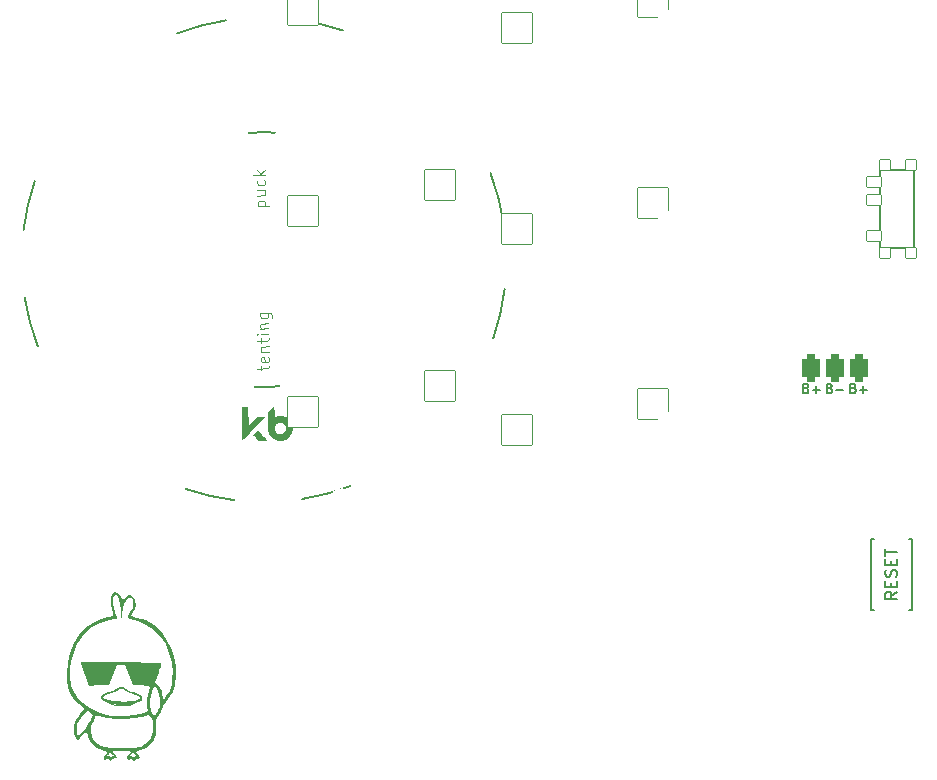
<source format=gto>
%TF.GenerationSoftware,KiCad,Pcbnew,(6.0.4-0)*%
%TF.CreationDate,2022-06-10T10:13:31+02:00*%
%TF.ProjectId,basbousa,62617362-6f75-4736-912e-6b696361645f,v1.0.0*%
%TF.SameCoordinates,Original*%
%TF.FileFunction,Legend,Top*%
%TF.FilePolarity,Positive*%
%FSLAX46Y46*%
G04 Gerber Fmt 4.6, Leading zero omitted, Abs format (unit mm)*
G04 Created by KiCad (PCBNEW (6.0.4-0)) date 2022-06-10 10:13:31*
%MOMM*%
%LPD*%
G01*
G04 APERTURE LIST*
G04 Aperture macros list*
%AMRoundRect*
0 Rectangle with rounded corners*
0 $1 Rounding radius*
0 $2 $3 $4 $5 $6 $7 $8 $9 X,Y pos of 4 corners*
0 Add a 4 corners polygon primitive as box body*
4,1,4,$2,$3,$4,$5,$6,$7,$8,$9,$2,$3,0*
0 Add four circle primitives for the rounded corners*
1,1,$1+$1,$2,$3*
1,1,$1+$1,$4,$5*
1,1,$1+$1,$6,$7*
1,1,$1+$1,$8,$9*
0 Add four rect primitives between the rounded corners*
20,1,$1+$1,$2,$3,$4,$5,0*
20,1,$1+$1,$4,$5,$6,$7,0*
20,1,$1+$1,$6,$7,$8,$9,0*
20,1,$1+$1,$8,$9,$2,$3,0*%
%AMFreePoly0*
4,1,14,0.035355,0.435355,0.635355,-0.164645,0.650000,-0.200000,0.650000,-0.400000,0.635355,-0.435355,0.600000,-0.450000,-0.600000,-0.450000,-0.635355,-0.435355,-0.650000,-0.400000,-0.650000,-0.200000,-0.635355,-0.164645,-0.035355,0.435355,0.000000,0.450000,0.035355,0.435355,0.035355,0.435355,$1*%
%AMFreePoly1*
4,1,16,0.635355,0.285355,0.650000,0.250000,0.650000,-1.000000,0.635355,-1.035355,0.600000,-1.050000,0.564645,-1.035355,0.000000,-0.470710,-0.564645,-1.035355,-0.600000,-1.050000,-0.635355,-1.035355,-0.650000,-1.000000,-0.650000,0.250000,-0.635355,0.285355,-0.600000,0.300000,0.600000,0.300000,0.635355,0.285355,0.635355,0.285355,$1*%
G04 Aperture macros list end*
%ADD10C,0.150000*%
%ADD11C,0.100000*%
%ADD12C,0.200000*%
%ADD13C,0.010000*%
%ADD14RoundRect,0.375000X-0.375000X-0.750000X0.375000X-0.750000X0.375000X0.750000X-0.375000X0.750000X0*%
%ADD15C,2.000000*%
%ADD16C,0.250000*%
%ADD17RoundRect,0.050000X-0.450000X0.450000X-0.450000X-0.450000X0.450000X-0.450000X0.450000X0.450000X0*%
%ADD18RoundRect,0.050000X-0.625000X0.450000X-0.625000X-0.450000X0.625000X-0.450000X0.625000X0.450000X0*%
%ADD19RoundRect,0.425000X-0.375000X-0.750000X0.375000X-0.750000X0.375000X0.750000X-0.375000X0.750000X0*%
%ADD20C,2.100000*%
%ADD21C,3.100000*%
%ADD22C,1.801800*%
%ADD23C,3.529000*%
%ADD24RoundRect,0.050000X-1.054507X-1.505993X1.505993X-1.054507X1.054507X1.505993X-1.505993X1.054507X0*%
%ADD25C,2.132000*%
%ADD26RoundRect,0.050000X-1.181751X-1.408356X1.408356X-1.181751X1.181751X1.408356X-1.408356X1.181751X0*%
%ADD27RoundRect,0.050000X-1.300000X-1.300000X1.300000X-1.300000X1.300000X1.300000X-1.300000X1.300000X0*%
%ADD28RoundRect,0.050000X-1.652413X-0.805936X0.805936X-1.652413X1.652413X0.805936X-0.805936X1.652413X0*%
%ADD29C,1.100000*%
%ADD30RoundRect,0.050000X-0.863113X-1.623279X1.623279X-0.863113X0.863113X1.623279X-1.623279X0.863113X0*%
%ADD31C,4.500000*%
%ADD32RoundRect,0.050000X-1.387517X-1.206150X1.206150X-1.387517X1.387517X1.206150X-1.206150X1.387517X0*%
%ADD33FreePoly0,270.000000*%
%ADD34C,1.700000*%
%ADD35FreePoly0,90.000000*%
%ADD36FreePoly1,90.000000*%
%ADD37FreePoly1,270.000000*%
G04 APERTURE END LIST*
D10*
%TO.C,PAD1*%
X151485904Y76489142D02*
X151600190Y76451047D01*
X151638285Y76412952D01*
X151676380Y76336761D01*
X151676380Y76222476D01*
X151638285Y76146285D01*
X151600190Y76108190D01*
X151524000Y76070095D01*
X151219238Y76070095D01*
X151219238Y76870095D01*
X151485904Y76870095D01*
X151562095Y76832000D01*
X151600190Y76793904D01*
X151638285Y76717714D01*
X151638285Y76641523D01*
X151600190Y76565333D01*
X151562095Y76527238D01*
X151485904Y76489142D01*
X151219238Y76489142D01*
X152019238Y76374857D02*
X152628761Y76374857D01*
X149485904Y76489142D02*
X149600190Y76451047D01*
X149638285Y76412952D01*
X149676380Y76336761D01*
X149676380Y76222476D01*
X149638285Y76146285D01*
X149600190Y76108190D01*
X149524000Y76070095D01*
X149219238Y76070095D01*
X149219238Y76870095D01*
X149485904Y76870095D01*
X149562095Y76832000D01*
X149600190Y76793904D01*
X149638285Y76717714D01*
X149638285Y76641523D01*
X149600190Y76565333D01*
X149562095Y76527238D01*
X149485904Y76489142D01*
X149219238Y76489142D01*
X150019238Y76374857D02*
X150628761Y76374857D01*
X150324000Y76070095D02*
X150324000Y76679619D01*
X153485904Y76489142D02*
X153600190Y76451047D01*
X153638285Y76412952D01*
X153676380Y76336761D01*
X153676380Y76222476D01*
X153638285Y76146285D01*
X153600190Y76108190D01*
X153524000Y76070095D01*
X153219238Y76070095D01*
X153219238Y76870095D01*
X153485904Y76870095D01*
X153562095Y76832000D01*
X153600190Y76793904D01*
X153638285Y76717714D01*
X153638285Y76641523D01*
X153600190Y76565333D01*
X153562095Y76527238D01*
X153485904Y76489142D01*
X153219238Y76489142D01*
X154019238Y76374857D02*
X154628761Y76374857D01*
X154324000Y76070095D02*
X154324000Y76679619D01*
%TO.C,B1*%
X157170380Y59253619D02*
X156694190Y58920285D01*
X157170380Y58682190D02*
X156170380Y58682190D01*
X156170380Y59063142D01*
X156218000Y59158380D01*
X156265619Y59206000D01*
X156360857Y59253619D01*
X156503714Y59253619D01*
X156598952Y59206000D01*
X156646571Y59158380D01*
X156694190Y59063142D01*
X156694190Y58682190D01*
X156646571Y59682190D02*
X156646571Y60015523D01*
X157170380Y60158380D02*
X157170380Y59682190D01*
X156170380Y59682190D01*
X156170380Y60158380D01*
X157122761Y60539333D02*
X157170380Y60682190D01*
X157170380Y60920285D01*
X157122761Y61015523D01*
X157075142Y61063142D01*
X156979904Y61110761D01*
X156884666Y61110761D01*
X156789428Y61063142D01*
X156741809Y61015523D01*
X156694190Y60920285D01*
X156646571Y60729809D01*
X156598952Y60634571D01*
X156551333Y60586952D01*
X156456095Y60539333D01*
X156360857Y60539333D01*
X156265619Y60586952D01*
X156218000Y60634571D01*
X156170380Y60729809D01*
X156170380Y60967904D01*
X156218000Y61110761D01*
X156646571Y61539333D02*
X156646571Y61872666D01*
X157170380Y62015523D02*
X157170380Y61539333D01*
X156170380Y61539333D01*
X156170380Y62015523D01*
X156170380Y62301238D02*
X156170380Y62872666D01*
X157170380Y62586952D02*
X156170380Y62586952D01*
D11*
%TO.C,REF\u002A\u002A*%
X103036150Y91896735D02*
X104035998Y91914188D01*
X103083762Y91897566D02*
X103034488Y91991959D01*
X103031164Y92182406D01*
X103077113Y92278461D01*
X103123894Y92326903D01*
X103218287Y92376177D01*
X103503957Y92381164D01*
X103600012Y92335214D01*
X103648455Y92288433D01*
X103697729Y92194041D01*
X103701053Y92003594D01*
X103655103Y91907539D01*
X103012880Y93229865D02*
X103679445Y93241500D01*
X103020360Y92801359D02*
X103544090Y92810501D01*
X103638482Y92859775D01*
X103684432Y92955830D01*
X103681938Y93098665D01*
X103632665Y93193057D01*
X103584222Y93239838D01*
X103616043Y94145293D02*
X103665317Y94050901D01*
X103668641Y93860454D01*
X103622692Y93764399D01*
X103575911Y93715956D01*
X103481519Y93666682D01*
X103195848Y93661696D01*
X103099793Y93707646D01*
X103051350Y93754426D01*
X103002076Y93848819D01*
X102998752Y94039266D01*
X103044702Y94135321D01*
X103656175Y94574631D02*
X102656328Y94557178D01*
X103273619Y94663206D02*
X103649527Y94955525D01*
X102982962Y94943890D02*
X103370505Y94569644D01*
X103342063Y78009459D02*
X103335415Y78390354D01*
X103006288Y78146477D02*
X103863300Y78161437D01*
X103957693Y78210711D01*
X104003642Y78306765D01*
X104001980Y78401989D01*
X103941902Y79115335D02*
X103991176Y79020942D01*
X103994500Y78830495D01*
X103948551Y78734440D01*
X103854158Y78685166D01*
X103473264Y78678518D01*
X103377209Y78724467D01*
X103327935Y78818860D01*
X103324611Y79009307D01*
X103370561Y79105362D01*
X103464953Y79154636D01*
X103560177Y79156298D01*
X103663711Y78681842D01*
X103314638Y79580649D02*
X103981203Y79592284D01*
X103409862Y79582311D02*
X103361419Y79629092D01*
X103312145Y79723484D01*
X103309652Y79866319D01*
X103355601Y79962374D01*
X103449994Y80011648D01*
X103973724Y80020790D01*
X103301341Y80342437D02*
X103294693Y80723332D01*
X102965565Y80479455D02*
X103822578Y80494415D01*
X103916970Y80543688D01*
X103962920Y80639743D01*
X103961258Y80734967D01*
X103955440Y81068249D02*
X103288875Y81056614D01*
X102955593Y81050797D02*
X103004035Y81004016D01*
X103050816Y81052459D01*
X103002373Y81099240D01*
X102955593Y81050797D01*
X103050816Y81052459D01*
X103280564Y81532732D02*
X103947130Y81544367D01*
X103375788Y81534394D02*
X103327345Y81581175D01*
X103278071Y81675568D01*
X103275578Y81818403D01*
X103321528Y81914458D01*
X103415920Y81963732D01*
X103939650Y81972873D01*
X103257295Y82865863D02*
X104066695Y82879991D01*
X104162750Y82834041D01*
X104211193Y82787260D01*
X104260467Y82692868D01*
X104262960Y82550032D01*
X104217010Y82453978D01*
X103876248Y82876666D02*
X103925522Y82782274D01*
X103928846Y82591827D01*
X103882896Y82495772D01*
X103836116Y82447329D01*
X103741723Y82398055D01*
X103456052Y82393069D01*
X103359998Y82439019D01*
X103311555Y82485799D01*
X103262281Y82580192D01*
X103258957Y82770639D01*
X103304906Y82866694D01*
D10*
%TO.C,T1*%
X158619000Y94958000D02*
X155769000Y94958000D01*
X158619000Y89708000D02*
X158619000Y93608000D01*
X155769000Y94958000D02*
X155769000Y88358000D01*
X158619000Y91658000D02*
X158619000Y88358000D01*
X155769000Y88358000D02*
X158619000Y88358000D01*
X158619000Y91658000D02*
X158619000Y94958000D01*
%TO.C,B1*%
X154968000Y57706000D02*
X154968000Y63706000D01*
X158468000Y57706000D02*
X158468000Y63706000D01*
X154968000Y63706000D02*
X155218000Y63706000D01*
X158468000Y57706000D02*
X158218000Y57706000D01*
X158468000Y63706000D02*
X158218000Y63706000D01*
X154968000Y57706000D02*
X155218000Y57706000D01*
%TO.C,G\u002A\u002A\u002A*%
G36*
X90504223Y49751706D02*
G01*
X90360500Y49821081D01*
X90027303Y49996498D01*
X89831844Y50134183D01*
X89751661Y50251266D01*
X89750891Y50257106D01*
X89927130Y50257106D01*
X89943555Y50236223D01*
X90123983Y50141363D01*
X90434248Y50063456D01*
X90835487Y50004850D01*
X91288834Y49967895D01*
X91755425Y49954937D01*
X92196396Y49968327D01*
X92572882Y50010411D01*
X92794667Y50063946D01*
X93022017Y50173540D01*
X93080717Y50288759D01*
X92971306Y50408302D01*
X92694325Y50530865D01*
X92586323Y50565696D01*
X92284810Y50675590D01*
X92027835Y50800634D01*
X91903533Y50886671D01*
X91641922Y51033650D01*
X91356867Y51016450D01*
X91129858Y50888931D01*
X90927029Y50770367D01*
X90639997Y50649272D01*
X90464646Y50591486D01*
X90134632Y50474542D01*
X89952352Y50360963D01*
X89927130Y50257106D01*
X89750891Y50257106D01*
X89746667Y50289127D01*
X89825767Y50476210D01*
X90040908Y50637187D01*
X90358845Y50750092D01*
X90478545Y50772737D01*
X90774681Y50861058D01*
X91055273Y51009006D01*
X91074517Y51022867D01*
X91372795Y51187960D01*
X91640192Y51197658D01*
X91914181Y51051487D01*
X91963440Y51011667D01*
X92175405Y50871562D01*
X92371921Y50800318D01*
X92398996Y50798141D01*
X92586597Y50762614D01*
X92842747Y50675334D01*
X92948908Y50630227D01*
X93179319Y50507134D01*
X93279479Y50393243D01*
X93287575Y50280900D01*
X93211718Y50103879D01*
X93133333Y50032217D01*
X92732004Y49831729D01*
X92425942Y49699662D01*
X92163688Y49619910D01*
X91893781Y49576367D01*
X91609333Y49555225D01*
X91273253Y49544050D01*
X91023142Y49563258D01*
X90789849Y49627570D01*
X90730230Y49653481D01*
X91294044Y49653481D01*
X91400418Y49640197D01*
X91524667Y49637727D01*
X91707788Y49644332D01*
X91758057Y49661218D01*
X91715167Y49674419D01*
X91468449Y49688426D01*
X91334167Y49674419D01*
X91294044Y49653481D01*
X90730230Y49653481D01*
X90578151Y49719576D01*
X90884055Y49719576D01*
X90967278Y49706018D01*
X91077092Y49721584D01*
X91078403Y49750486D01*
X90965086Y49770698D01*
X90916125Y49757170D01*
X90884055Y49719576D01*
X90578151Y49719576D01*
X90504223Y49751706D01*
G37*
G36*
X92117333Y45443312D02*
G01*
X92263540Y45592668D01*
X92286937Y45696462D01*
X92176013Y45761712D01*
X91919257Y45795436D01*
X91524667Y45804667D01*
X91189108Y45797310D01*
X90928943Y45777605D01*
X90781942Y45749097D01*
X90762667Y45733122D01*
X90819279Y45628613D01*
X90932000Y45508333D01*
X91067387Y45341165D01*
X91097233Y45206006D01*
X91020939Y45142079D01*
X90937468Y45150436D01*
X90780860Y45135602D01*
X90728458Y45075644D01*
X90626956Y44966823D01*
X90506213Y45001950D01*
X90455213Y45083450D01*
X90375086Y45163962D01*
X90251769Y45125783D01*
X90082939Y45052079D01*
X90012899Y45088285D01*
X90000667Y45211283D01*
X90041973Y45320075D01*
X90203036Y45320075D01*
X90297585Y45325425D01*
X90369279Y45371053D01*
X90469419Y45414172D01*
X90537204Y45313841D01*
X90549633Y45277285D01*
X90600603Y45154979D01*
X90637643Y45187625D01*
X90649945Y45228474D01*
X90744511Y45332391D01*
X90831471Y45326426D01*
X90903225Y45319653D01*
X90841630Y45394588D01*
X90794030Y45436952D01*
X90642885Y45597619D01*
X90567881Y45720000D01*
X90529843Y45792713D01*
X90515351Y45701812D01*
X90441743Y45550734D01*
X90332082Y45462119D01*
X90214426Y45373346D01*
X90203036Y45320075D01*
X90041973Y45320075D01*
X90067258Y45386672D01*
X90170000Y45485649D01*
X90314231Y45611711D01*
X90302263Y45718440D01*
X90129377Y45812245D01*
X89879139Y45880708D01*
X89425786Y46064981D01*
X89053769Y46382822D01*
X88790341Y46807333D01*
X88712954Y47031686D01*
X88611684Y47410324D01*
X88396009Y47273234D01*
X88181927Y47106204D01*
X87990153Y46914905D01*
X87799972Y46693667D01*
X87620558Y46905333D01*
X87489987Y47180241D01*
X87468718Y47442068D01*
X87715449Y47442068D01*
X87723017Y47216558D01*
X87760010Y47087971D01*
X87784186Y47074667D01*
X87876619Y47129176D01*
X88050418Y47271693D01*
X88223380Y47430221D01*
X88913529Y47430221D01*
X88995471Y47050475D01*
X89096746Y46813915D01*
X89274306Y46542178D01*
X89498130Y46333383D01*
X89789181Y46181432D01*
X90168419Y46080229D01*
X90656806Y46023676D01*
X91275303Y46005675D01*
X91846465Y46014059D01*
X92329045Y46030884D01*
X92680605Y46054516D01*
X92939454Y46090693D01*
X93143903Y46145150D01*
X93332260Y46223624D01*
X93370465Y46242256D01*
X93744166Y46517674D01*
X94016741Y46906486D01*
X94176145Y47378080D01*
X94210334Y47901843D01*
X94160774Y48251036D01*
X94075753Y48558916D01*
X93967551Y48736468D01*
X93801290Y48800246D01*
X93542091Y48766803D01*
X93250429Y48683080D01*
X92573775Y48528041D01*
X91817327Y48450520D01*
X91053416Y48453659D01*
X90354372Y48540603D01*
X90289216Y48554382D01*
X89955320Y48633483D01*
X89673665Y48709770D01*
X89495404Y48769158D01*
X89475053Y48778602D01*
X89373070Y48800658D01*
X89301327Y48712155D01*
X89243952Y48533628D01*
X89153901Y48276554D01*
X89046361Y48066821D01*
X89031424Y48045717D01*
X88924564Y47779890D01*
X88913529Y47430221D01*
X88223380Y47430221D01*
X88255671Y47459817D01*
X88486397Y47719169D01*
X88711054Y48035634D01*
X88901510Y48361811D01*
X89029632Y48650301D01*
X89068506Y48829326D01*
X89000946Y48935990D01*
X88835955Y49053534D01*
X88823387Y49060169D01*
X88675026Y49127257D01*
X88565215Y49124283D01*
X88442265Y49031678D01*
X88274978Y48852562D01*
X88069103Y48591777D01*
X87896154Y48317075D01*
X87843591Y48209213D01*
X87778306Y47987490D01*
X87734736Y47715410D01*
X87715449Y47442068D01*
X87468718Y47442068D01*
X87460447Y47543879D01*
X87522615Y47956541D01*
X87667167Y48378525D01*
X87884781Y48770123D01*
X88125115Y49054092D01*
X88381739Y49297850D01*
X87923244Y49716888D01*
X87446688Y50261863D01*
X87187541Y50699309D01*
X87067386Y50952507D01*
X86988325Y51160285D01*
X86941997Y51369785D01*
X86920039Y51628150D01*
X86914086Y51982525D01*
X86914616Y52237846D01*
X86917740Y52281667D01*
X87173941Y52281667D01*
X87177645Y51868489D01*
X87199067Y51568424D01*
X87247929Y51325438D01*
X87333950Y51083499D01*
X87413089Y50903122D01*
X87756549Y50342255D01*
X88241273Y49832535D01*
X88842364Y49392478D01*
X89534928Y49040600D01*
X90224057Y48812532D01*
X90703031Y48735128D01*
X91283559Y48707253D01*
X91906033Y48726463D01*
X92510848Y48790313D01*
X93038397Y48896360D01*
X93163484Y48933069D01*
X93743968Y49119020D01*
X93690540Y49557344D01*
X93699710Y50020552D01*
X93946126Y50020552D01*
X93947955Y49618011D01*
X93995413Y49257259D01*
X94088020Y48997211D01*
X94095379Y48985520D01*
X94248388Y48752000D01*
X94446529Y48938144D01*
X94586375Y49134049D01*
X94707202Y49410235D01*
X94742109Y49530457D01*
X94796966Y50086417D01*
X94704506Y50629602D01*
X94527926Y51023603D01*
X94404492Y51214714D01*
X94333452Y51273984D01*
X94286892Y51218654D01*
X94273091Y51181000D01*
X94199688Y50990303D01*
X94095487Y50746852D01*
X94081277Y50715333D01*
X93990407Y50405965D01*
X93946126Y50020552D01*
X93699710Y50020552D01*
X93702341Y50153477D01*
X93770827Y50461333D01*
X93882641Y50842247D01*
X93942490Y51087705D01*
X93932205Y51228177D01*
X93833619Y51294134D01*
X93628565Y51316045D01*
X93298875Y51324380D01*
X93255431Y51325736D01*
X92512433Y51350333D01*
X92165607Y52197000D01*
X91818780Y53043667D01*
X91158236Y53043667D01*
X90464488Y51350333D01*
X89612432Y51326369D01*
X88760375Y51302404D01*
X88405734Y52242808D01*
X88271724Y52617411D01*
X88170804Y52937387D01*
X88112950Y53168229D01*
X88107517Y53274508D01*
X88185857Y53298938D01*
X88391214Y53316614D01*
X88730688Y53327606D01*
X89211380Y53331980D01*
X89840392Y53329805D01*
X90624823Y53321149D01*
X91512865Y53307118D01*
X92248855Y53293386D01*
X92930622Y53279060D01*
X93539898Y53264643D01*
X94058411Y53250639D01*
X94467891Y53237554D01*
X94750069Y53225891D01*
X94886673Y53216156D01*
X94896531Y53213691D01*
X94884877Y53124433D01*
X94825520Y52911971D01*
X94729063Y52612082D01*
X94652253Y52389373D01*
X94373234Y51599797D01*
X94597976Y51375054D01*
X94759757Y51145386D01*
X94907376Y50817483D01*
X94965421Y50637039D01*
X95108123Y50123765D01*
X95320642Y50436515D01*
X95583258Y50893902D01*
X95747744Y51369611D01*
X95828402Y51916053D01*
X95842667Y52349453D01*
X95773481Y53257713D01*
X95572080Y54094405D01*
X95247700Y54846916D01*
X94809577Y55502637D01*
X94266947Y56048956D01*
X93629044Y56473262D01*
X92905106Y56762944D01*
X92548963Y56846916D01*
X92219663Y56923552D01*
X92048366Y57017781D01*
X92024088Y57157979D01*
X92135843Y57372524D01*
X92272666Y57560621D01*
X92450317Y57882479D01*
X92498333Y58218676D01*
X92464344Y58540138D01*
X92360472Y58709447D01*
X92183857Y58729953D01*
X92090704Y58696561D01*
X91876808Y58513086D01*
X91711105Y58198090D01*
X91608038Y57785990D01*
X91581499Y57483209D01*
X91562614Y57167336D01*
X91533268Y57009934D01*
X91499910Y57000986D01*
X91468985Y57130475D01*
X91446940Y57388386D01*
X91440000Y57703053D01*
X91414276Y58242946D01*
X91339024Y58646886D01*
X91217124Y58905839D01*
X91051455Y59010770D01*
X91022600Y59012667D01*
X90860751Y58938007D01*
X90799173Y58807926D01*
X90788571Y58589494D01*
X90824211Y58267712D01*
X90895828Y57898858D01*
X90993154Y57539207D01*
X91069243Y57327500D01*
X91140787Y57134187D01*
X91166370Y57022716D01*
X91164033Y57015145D01*
X91075540Y56987479D01*
X90863904Y56936566D01*
X90571978Y56872616D01*
X90521297Y56861985D01*
X89715140Y56623495D01*
X89027288Y56266115D01*
X88450076Y55784119D01*
X87975839Y55171778D01*
X87770649Y54806437D01*
X87464894Y54106223D01*
X87275449Y53426649D01*
X87186153Y52699333D01*
X87173941Y52281667D01*
X86917740Y52281667D01*
X86983922Y53209961D01*
X87178196Y54100466D01*
X87490270Y54898953D01*
X87912975Y55595014D01*
X88439144Y56178241D01*
X89061609Y56638224D01*
X89773202Y56964555D01*
X90260250Y57096064D01*
X90530817Y57156755D01*
X90727451Y57211120D01*
X90796921Y57240699D01*
X90801004Y57339930D01*
X90765411Y57550014D01*
X90718220Y57746604D01*
X90614204Y58264949D01*
X90598479Y58691329D01*
X90670325Y59005694D01*
X90768452Y59144903D01*
X90908685Y59248022D01*
X91036056Y59243239D01*
X91170619Y59176116D01*
X91377983Y59002620D01*
X91509363Y58816498D01*
X91621059Y58584147D01*
X91875692Y58798407D01*
X92085802Y58957237D01*
X92235236Y58996560D01*
X92382679Y58916981D01*
X92502182Y58804849D01*
X92672331Y58522480D01*
X92715710Y58171560D01*
X92632591Y57795491D01*
X92494148Y57532889D01*
X92370821Y57340230D01*
X92306172Y57217299D01*
X92303648Y57196777D01*
X92393295Y57170687D01*
X92599521Y57121611D01*
X92813348Y57074187D01*
X93566709Y56828122D01*
X94241335Y56436989D01*
X94828482Y55909912D01*
X95319406Y55256015D01*
X95705363Y54484422D01*
X95921484Y53830998D01*
X96097146Y52950057D01*
X96139690Y52131605D01*
X96051088Y51387274D01*
X95833313Y50728695D01*
X95488338Y50167498D01*
X95257553Y49916326D01*
X95093497Y49725426D01*
X95002508Y49551718D01*
X94996000Y49510787D01*
X94953990Y49316190D01*
X94849902Y49072370D01*
X94716652Y48841409D01*
X94587155Y48685392D01*
X94543814Y48657889D01*
X94482865Y48592581D01*
X94446736Y48435229D01*
X94431430Y48157704D01*
X94431097Y47864280D01*
X94426592Y47456258D01*
X94396655Y47159840D01*
X94332186Y46918086D01*
X94248911Y46724285D01*
X93959216Y46311861D01*
X93558745Y46011629D01*
X93082172Y45849377D01*
X93069833Y45847352D01*
X92813301Y45776951D01*
X92718833Y45676732D01*
X92788994Y45551564D01*
X92879333Y45485649D01*
X93014724Y45349982D01*
X93039274Y45215190D01*
X92950510Y45133637D01*
X92896267Y45127333D01*
X92704714Y45071084D01*
X92636567Y45021500D01*
X92532129Y44966615D01*
X92426948Y45054460D01*
X92416095Y45068900D01*
X92305008Y45161809D01*
X92247464Y45132400D01*
X92130607Y45049312D01*
X92003808Y45067763D01*
X91948000Y45170496D01*
X91984031Y45259995D01*
X92154701Y45259995D01*
X92169106Y45250200D01*
X92231360Y45295229D01*
X92361020Y45368307D01*
X92447769Y45306915D01*
X92482456Y45250334D01*
X92557322Y45140838D01*
X92594607Y45177281D01*
X92606566Y45228474D01*
X92692620Y45333538D01*
X92778804Y45329547D01*
X92837675Y45331615D01*
X92750500Y45414616D01*
X92731167Y45429234D01*
X92587424Y45580603D01*
X92533982Y45709160D01*
X92519929Y45797530D01*
X92481135Y45720718D01*
X92480873Y45720000D01*
X92394538Y45567764D01*
X92254723Y45383896D01*
X92154701Y45259995D01*
X91984031Y45259995D01*
X92007751Y45318914D01*
X92117333Y45443312D01*
G37*
D12*
%TO.C,REF\u002A\u002A*%
X102642622Y76619177D02*
G75*
G03*
X103771867Y76579743I940841J10753843D01*
G01*
X84177964Y94043490D02*
G75*
G03*
X83216693Y89875531I19405487J-6670387D01*
G01*
X103395069Y98166455D02*
G75*
G03*
X102267888Y98087635I188392J-10793277D01*
G01*
X122988973Y80702710D02*
G75*
G03*
X123950243Y84870667I-19405555J6670400D01*
G01*
X83316433Y84161401D02*
G75*
G03*
X84422579Y80029530I20266988J3211687D01*
G01*
X106795166Y67106064D02*
G75*
G03*
X110927037Y68212210I-3211698J20267035D01*
G01*
X110253858Y106778603D02*
G75*
G03*
X106085900Y107739874I-6670390J-19405504D01*
G01*
X100371770Y107640134D02*
G75*
G03*
X96239898Y106533988I3211694J-20267018D01*
G01*
X103771867Y76579742D02*
G75*
G03*
X104899048Y76658563I-188397J10793257D01*
G01*
X123850503Y90584797D02*
G75*
G03*
X122744358Y94716666I-20267054J-3211704D01*
G01*
X104524314Y98127020D02*
G75*
G03*
X103395069Y98166455I-940848J-10753821D01*
G01*
X96913079Y67967595D02*
G75*
G03*
X101081036Y67006324I6670389J19405504D01*
G01*
G36*
X103904901Y73191960D02*
G01*
X103901637Y73298548D01*
X103898453Y73421167D01*
X103895393Y73558407D01*
X103892506Y73708853D01*
X103892298Y73720587D01*
X103880139Y74412195D01*
X104378865Y74931004D01*
X104387627Y74437513D01*
X104389638Y74333293D01*
X104391815Y74236571D01*
X104394081Y74149711D01*
X104396360Y74075078D01*
X104398578Y74015032D01*
X104400657Y73971939D01*
X104402521Y73948161D01*
X104403499Y73944147D01*
X104415818Y73950677D01*
X104440375Y73967451D01*
X104464205Y73985072D01*
X104577651Y74057785D01*
X104698991Y74109014D01*
X104828871Y74138962D01*
X104967939Y74147828D01*
X104985760Y74147471D01*
X105075495Y74142484D01*
X105152175Y74131884D01*
X105224156Y74113645D01*
X105299793Y74085744D01*
X105370203Y74054329D01*
X105499430Y73981281D01*
X105613938Y73891285D01*
X105712685Y73786004D01*
X105794631Y73667091D01*
X105858735Y73536204D01*
X105903958Y73395003D01*
X105929258Y73245143D01*
X105934384Y73155549D01*
X105926755Y73002914D01*
X105897927Y72857825D01*
X105847220Y72717683D01*
X105791840Y72609781D01*
X105708240Y72488010D01*
X105608473Y72381404D01*
X105494699Y72291083D01*
X105369077Y72218165D01*
X105233770Y72163772D01*
X105090935Y72129021D01*
X104942736Y72115034D01*
X104842427Y72117766D01*
X104697407Y72140120D01*
X104556053Y72183935D01*
X104421748Y72247579D01*
X104297881Y72329427D01*
X104187835Y72427847D01*
X104179282Y72436866D01*
X104096346Y72539554D01*
X104024602Y72656501D01*
X103967248Y72781382D01*
X103927481Y72907868D01*
X103917803Y72954156D01*
X103914695Y72982501D01*
X103911476Y73032524D01*
X103909129Y73082825D01*
X103908725Y73091487D01*
X104405392Y73091487D01*
X104417665Y72994138D01*
X104449733Y72900664D01*
X104479327Y72847028D01*
X104547792Y72759926D01*
X104628498Y72690447D01*
X104718832Y72639523D01*
X104816182Y72608085D01*
X104917931Y72597065D01*
X105021467Y72607395D01*
X105093946Y72627951D01*
X105136656Y72644785D01*
X105177252Y72662856D01*
X105193281Y72670913D01*
X105238019Y72702703D01*
X105286528Y72749750D01*
X105333610Y72806037D01*
X105374062Y72865546D01*
X105394878Y72904242D01*
X105414284Y72948833D01*
X105426253Y72987656D01*
X105432871Y73030070D01*
X105436223Y73085440D01*
X105436413Y73090734D01*
X105431174Y73197904D01*
X105406613Y73295382D01*
X105361337Y73388029D01*
X105343072Y73416244D01*
X105277180Y73493009D01*
X105197290Y73553794D01*
X105106874Y73597719D01*
X105009403Y73623900D01*
X104908351Y73631457D01*
X104807193Y73619508D01*
X104709396Y73587171D01*
X104695505Y73580642D01*
X104608490Y73526166D01*
X104535702Y73456671D01*
X104478070Y73375307D01*
X104436523Y73285221D01*
X104411987Y73189565D01*
X104405392Y73091487D01*
X103908725Y73091487D01*
X103908196Y73102815D01*
X103904901Y73191960D01*
G37*
D13*
X103904901Y73191960D02*
X103901637Y73298548D01*
X103898453Y73421167D01*
X103895393Y73558407D01*
X103892506Y73708853D01*
X103892298Y73720587D01*
X103880139Y74412195D01*
X104378865Y74931004D01*
X104387627Y74437513D01*
X104389638Y74333293D01*
X104391815Y74236571D01*
X104394081Y74149711D01*
X104396360Y74075078D01*
X104398578Y74015032D01*
X104400657Y73971939D01*
X104402521Y73948161D01*
X104403499Y73944147D01*
X104415818Y73950677D01*
X104440375Y73967451D01*
X104464205Y73985072D01*
X104577651Y74057785D01*
X104698991Y74109014D01*
X104828871Y74138962D01*
X104967939Y74147828D01*
X104985760Y74147471D01*
X105075495Y74142484D01*
X105152175Y74131884D01*
X105224156Y74113645D01*
X105299793Y74085744D01*
X105370203Y74054329D01*
X105499430Y73981281D01*
X105613938Y73891285D01*
X105712685Y73786004D01*
X105794631Y73667091D01*
X105858735Y73536204D01*
X105903958Y73395003D01*
X105929258Y73245143D01*
X105934384Y73155549D01*
X105926755Y73002914D01*
X105897927Y72857825D01*
X105847220Y72717683D01*
X105791840Y72609781D01*
X105708240Y72488010D01*
X105608473Y72381404D01*
X105494699Y72291083D01*
X105369077Y72218165D01*
X105233770Y72163772D01*
X105090935Y72129021D01*
X104942736Y72115034D01*
X104842427Y72117766D01*
X104697407Y72140120D01*
X104556053Y72183935D01*
X104421748Y72247579D01*
X104297881Y72329427D01*
X104187835Y72427847D01*
X104179282Y72436866D01*
X104096346Y72539554D01*
X104024602Y72656501D01*
X103967248Y72781382D01*
X103927481Y72907868D01*
X103917803Y72954156D01*
X103914695Y72982501D01*
X103911476Y73032524D01*
X103909129Y73082825D01*
X103908725Y73091487D01*
X104405392Y73091487D01*
X104417665Y72994138D01*
X104449733Y72900664D01*
X104479327Y72847028D01*
X104547792Y72759926D01*
X104628498Y72690447D01*
X104718832Y72639523D01*
X104816182Y72608085D01*
X104917931Y72597065D01*
X105021467Y72607395D01*
X105093946Y72627951D01*
X105136656Y72644785D01*
X105177252Y72662856D01*
X105193281Y72670913D01*
X105238019Y72702703D01*
X105286528Y72749750D01*
X105333610Y72806037D01*
X105374062Y72865546D01*
X105394878Y72904242D01*
X105414284Y72948833D01*
X105426253Y72987656D01*
X105432871Y73030070D01*
X105436223Y73085440D01*
X105436413Y73090734D01*
X105431174Y73197904D01*
X105406613Y73295382D01*
X105361337Y73388029D01*
X105343072Y73416244D01*
X105277180Y73493009D01*
X105197290Y73553794D01*
X105106874Y73597719D01*
X105009403Y73623900D01*
X104908351Y73631457D01*
X104807193Y73619508D01*
X104709396Y73587171D01*
X104695505Y73580642D01*
X104608490Y73526166D01*
X104535702Y73456671D01*
X104478070Y73375307D01*
X104436523Y73285221D01*
X104411987Y73189565D01*
X104405392Y73091487D01*
X103908725Y73091487D01*
X103908196Y73102815D01*
X103904901Y73191960D01*
G36*
X103016475Y72872597D02*
G01*
X103039574Y72850134D01*
X103074668Y72815210D01*
X103119734Y72769898D01*
X103172745Y72716269D01*
X103231678Y72656394D01*
X103294505Y72592346D01*
X103359202Y72526195D01*
X103423742Y72460013D01*
X103486101Y72395873D01*
X103544253Y72335843D01*
X103596173Y72281998D01*
X103639835Y72236408D01*
X103673214Y72201146D01*
X103694284Y72178281D01*
X103696624Y72175630D01*
X103725507Y72142494D01*
X103105588Y72131673D01*
X102929191Y72304690D01*
X102874502Y72358487D01*
X102823328Y72409115D01*
X102778730Y72453523D01*
X102743765Y72488664D01*
X102721496Y72511488D01*
X102718258Y72514924D01*
X102683721Y72552142D01*
X102841916Y72716272D01*
X102890758Y72766587D01*
X102934219Y72810677D01*
X102969755Y72846016D01*
X102994821Y72870077D01*
X103006873Y72880337D01*
X103007400Y72880529D01*
X103016475Y72872597D01*
G37*
X103016475Y72872597D02*
X103039574Y72850134D01*
X103074668Y72815210D01*
X103119734Y72769898D01*
X103172745Y72716269D01*
X103231678Y72656394D01*
X103294505Y72592346D01*
X103359202Y72526195D01*
X103423742Y72460013D01*
X103486101Y72395873D01*
X103544253Y72335843D01*
X103596173Y72281998D01*
X103639835Y72236408D01*
X103673214Y72201146D01*
X103694284Y72178281D01*
X103696624Y72175630D01*
X103725507Y72142494D01*
X103105588Y72131673D01*
X102929191Y72304690D01*
X102874502Y72358487D01*
X102823328Y72409115D01*
X102778730Y72453523D01*
X102743765Y72488664D01*
X102721496Y72511488D01*
X102718258Y72514924D01*
X102683721Y72552142D01*
X102841916Y72716272D01*
X102890758Y72766587D01*
X102934219Y72810677D01*
X102969755Y72846016D01*
X102994821Y72870077D01*
X103006873Y72880337D01*
X103007400Y72880529D01*
X103016475Y72872597D01*
G36*
X102202723Y73264986D02*
G01*
X102991538Y74081577D01*
X103279916Y74083516D01*
X103568294Y74085456D01*
X102736211Y73210664D01*
X102620393Y73088901D01*
X102507645Y72970367D01*
X102399165Y72856316D01*
X102296148Y72748009D01*
X102199789Y72646701D01*
X102111285Y72553649D01*
X102031832Y72470112D01*
X101962624Y72397348D01*
X101904859Y72336613D01*
X101859733Y72289164D01*
X101828442Y72256260D01*
X101814907Y72242026D01*
X101725688Y72148178D01*
X101677835Y74889631D01*
X102174214Y74898295D01*
X102202723Y73264986D01*
G37*
X102202723Y73264986D02*
X102991538Y74081577D01*
X103279916Y74083516D01*
X103568294Y74085456D01*
X102736211Y73210664D01*
X102620393Y73088901D01*
X102507645Y72970367D01*
X102399165Y72856316D01*
X102296148Y72748009D01*
X102199789Y72646701D01*
X102111285Y72553649D01*
X102031832Y72470112D01*
X101962624Y72397348D01*
X101904859Y72336613D01*
X101859733Y72289164D01*
X101828442Y72256260D01*
X101814907Y72242026D01*
X101725688Y72148178D01*
X101677835Y74889631D01*
X102174214Y74898295D01*
X102202723Y73264986D01*
%TD*%
D14*
%TO.C,PAD1*%
X149924000Y78232000D03*
X153924000Y78232000D03*
X151924000Y78232000D03*
%TD*%
D15*
%TO.C,B1*%
X156718000Y63956000D03*
X156718000Y57456000D03*
%TD*%
%LPC*%
D16*
%TO.C,*%
X39495000Y114808000D02*
G75*
G03*
X39495000Y114808000I-125000J0D01*
G01*
X37971000Y99568000D02*
G75*
G03*
X37971000Y99568000I-125000J0D01*
G01*
X39495000Y107188000D02*
G75*
G03*
X39495000Y107188000I-125000J0D01*
G01*
X37971000Y97028000D02*
G75*
G03*
X37971000Y97028000I-125000J0D01*
G01*
X39495000Y99568000D02*
G75*
G03*
X39495000Y99568000I-125000J0D01*
G01*
X39495000Y91948000D02*
G75*
G03*
X39495000Y91948000I-125000J0D01*
G01*
X37971000Y107188000D02*
G75*
G03*
X37971000Y107188000I-125000J0D01*
G01*
X39495000Y94488000D02*
G75*
G03*
X39495000Y94488000I-125000J0D01*
G01*
X37971000Y94488000D02*
G75*
G03*
X37971000Y94488000I-125000J0D01*
G01*
X39495000Y109728000D02*
G75*
G03*
X39495000Y109728000I-125000J0D01*
G01*
X39495000Y117348000D02*
G75*
G03*
X39495000Y117348000I-125000J0D01*
G01*
X39495000Y104648000D02*
G75*
G03*
X39495000Y104648000I-125000J0D01*
G01*
X37971000Y119888000D02*
G75*
G03*
X37971000Y119888000I-125000J0D01*
G01*
X37971000Y112268000D02*
G75*
G03*
X37971000Y112268000I-125000J0D01*
G01*
X37971000Y117348000D02*
G75*
G03*
X37971000Y117348000I-125000J0D01*
G01*
X39495000Y102108000D02*
G75*
G03*
X39495000Y102108000I-125000J0D01*
G01*
X39495000Y97028000D02*
G75*
G03*
X39495000Y97028000I-125000J0D01*
G01*
X39495000Y119888000D02*
G75*
G03*
X39495000Y119888000I-125000J0D01*
G01*
X37971000Y109728000D02*
G75*
G03*
X37971000Y109728000I-125000J0D01*
G01*
X37971000Y102108000D02*
G75*
G03*
X37971000Y102108000I-125000J0D01*
G01*
X37971000Y114808000D02*
G75*
G03*
X37971000Y114808000I-125000J0D01*
G01*
X39495000Y112268000D02*
G75*
G03*
X39495000Y112268000I-125000J0D01*
G01*
X37971000Y104648000D02*
G75*
G03*
X37971000Y104648000I-125000J0D01*
G01*
X37971000Y91948000D02*
G75*
G03*
X37971000Y91948000I-125000J0D01*
G01*
G36*
X44704000Y104140000D02*
G01*
X43688000Y104140000D01*
X43688000Y105156000D01*
X44704000Y105156000D01*
X44704000Y104140000D01*
G37*
D11*
X44704000Y104140000D02*
X43688000Y104140000D01*
X43688000Y105156000D01*
X44704000Y105156000D01*
X44704000Y104140000D01*
G36*
X44704000Y93980000D02*
G01*
X43688000Y93980000D01*
X43688000Y94996000D01*
X44704000Y94996000D01*
X44704000Y93980000D01*
G37*
X44704000Y93980000D02*
X43688000Y93980000D01*
X43688000Y94996000D01*
X44704000Y94996000D01*
X44704000Y93980000D01*
G36*
X33528000Y101600000D02*
G01*
X32512000Y101600000D01*
X32512000Y102616000D01*
X33528000Y102616000D01*
X33528000Y101600000D01*
G37*
X33528000Y101600000D02*
X32512000Y101600000D01*
X32512000Y102616000D01*
X33528000Y102616000D01*
X33528000Y101600000D01*
G36*
X33528000Y119380000D02*
G01*
X32512000Y119380000D01*
X32512000Y120396000D01*
X33528000Y120396000D01*
X33528000Y119380000D01*
G37*
X33528000Y119380000D02*
X32512000Y119380000D01*
X32512000Y120396000D01*
X33528000Y120396000D01*
X33528000Y119380000D01*
G36*
X44704000Y91440000D02*
G01*
X43688000Y91440000D01*
X43688000Y92456000D01*
X44704000Y92456000D01*
X44704000Y91440000D01*
G37*
X44704000Y91440000D02*
X43688000Y91440000D01*
X43688000Y92456000D01*
X44704000Y92456000D01*
X44704000Y91440000D01*
G36*
X33528000Y116840000D02*
G01*
X32512000Y116840000D01*
X32512000Y117856000D01*
X33528000Y117856000D01*
X33528000Y116840000D01*
G37*
X33528000Y116840000D02*
X32512000Y116840000D01*
X32512000Y117856000D01*
X33528000Y117856000D01*
X33528000Y116840000D01*
G36*
X44704000Y99060000D02*
G01*
X43688000Y99060000D01*
X43688000Y100076000D01*
X44704000Y100076000D01*
X44704000Y99060000D01*
G37*
X44704000Y99060000D02*
X43688000Y99060000D01*
X43688000Y100076000D01*
X44704000Y100076000D01*
X44704000Y99060000D01*
G36*
X33528000Y104140000D02*
G01*
X32512000Y104140000D01*
X32512000Y105156000D01*
X33528000Y105156000D01*
X33528000Y104140000D01*
G37*
X33528000Y104140000D02*
X32512000Y104140000D01*
X32512000Y105156000D01*
X33528000Y105156000D01*
X33528000Y104140000D01*
G36*
X33528000Y99060000D02*
G01*
X32512000Y99060000D01*
X32512000Y100076000D01*
X33528000Y100076000D01*
X33528000Y99060000D01*
G37*
X33528000Y99060000D02*
X32512000Y99060000D01*
X32512000Y100076000D01*
X33528000Y100076000D01*
X33528000Y99060000D01*
G36*
X33528000Y106680000D02*
G01*
X32512000Y106680000D01*
X32512000Y107696000D01*
X33528000Y107696000D01*
X33528000Y106680000D01*
G37*
X33528000Y106680000D02*
X32512000Y106680000D01*
X32512000Y107696000D01*
X33528000Y107696000D01*
X33528000Y106680000D01*
G36*
X44704000Y114300000D02*
G01*
X43688000Y114300000D01*
X43688000Y115316000D01*
X44704000Y115316000D01*
X44704000Y114300000D01*
G37*
X44704000Y114300000D02*
X43688000Y114300000D01*
X43688000Y115316000D01*
X44704000Y115316000D01*
X44704000Y114300000D01*
G36*
X44704000Y109220000D02*
G01*
X43688000Y109220000D01*
X43688000Y110236000D01*
X44704000Y110236000D01*
X44704000Y109220000D01*
G37*
X44704000Y109220000D02*
X43688000Y109220000D01*
X43688000Y110236000D01*
X44704000Y110236000D01*
X44704000Y109220000D01*
G36*
X33528000Y96520000D02*
G01*
X32512000Y96520000D01*
X32512000Y97536000D01*
X33528000Y97536000D01*
X33528000Y96520000D01*
G37*
X33528000Y96520000D02*
X32512000Y96520000D01*
X32512000Y97536000D01*
X33528000Y97536000D01*
X33528000Y96520000D01*
G36*
X44704000Y111760000D02*
G01*
X43688000Y111760000D01*
X43688000Y112776000D01*
X44704000Y112776000D01*
X44704000Y111760000D01*
G37*
X44704000Y111760000D02*
X43688000Y111760000D01*
X43688000Y112776000D01*
X44704000Y112776000D01*
X44704000Y111760000D01*
G36*
X44704000Y96520000D02*
G01*
X43688000Y96520000D01*
X43688000Y97536000D01*
X44704000Y97536000D01*
X44704000Y96520000D01*
G37*
X44704000Y96520000D02*
X43688000Y96520000D01*
X43688000Y97536000D01*
X44704000Y97536000D01*
X44704000Y96520000D01*
G36*
X33528000Y93980000D02*
G01*
X32512000Y93980000D01*
X32512000Y94996000D01*
X33528000Y94996000D01*
X33528000Y93980000D01*
G37*
X33528000Y93980000D02*
X32512000Y93980000D01*
X32512000Y94996000D01*
X33528000Y94996000D01*
X33528000Y93980000D01*
G36*
X33528000Y109220000D02*
G01*
X32512000Y109220000D01*
X32512000Y110236000D01*
X33528000Y110236000D01*
X33528000Y109220000D01*
G37*
X33528000Y109220000D02*
X32512000Y109220000D01*
X32512000Y110236000D01*
X33528000Y110236000D01*
X33528000Y109220000D01*
G36*
X44704000Y116840000D02*
G01*
X43688000Y116840000D01*
X43688000Y117856000D01*
X44704000Y117856000D01*
X44704000Y116840000D01*
G37*
X44704000Y116840000D02*
X43688000Y116840000D01*
X43688000Y117856000D01*
X44704000Y117856000D01*
X44704000Y116840000D01*
G36*
X33528000Y91440000D02*
G01*
X32512000Y91440000D01*
X32512000Y92456000D01*
X33528000Y92456000D01*
X33528000Y91440000D01*
G37*
X33528000Y91440000D02*
X32512000Y91440000D01*
X32512000Y92456000D01*
X33528000Y92456000D01*
X33528000Y91440000D01*
G36*
X33528000Y111760000D02*
G01*
X32512000Y111760000D01*
X32512000Y112776000D01*
X33528000Y112776000D01*
X33528000Y111760000D01*
G37*
X33528000Y111760000D02*
X32512000Y111760000D01*
X32512000Y112776000D01*
X33528000Y112776000D01*
X33528000Y111760000D01*
G36*
X33528000Y114300000D02*
G01*
X32512000Y114300000D01*
X32512000Y115316000D01*
X33528000Y115316000D01*
X33528000Y114300000D01*
G37*
X33528000Y114300000D02*
X32512000Y114300000D01*
X32512000Y115316000D01*
X33528000Y115316000D01*
X33528000Y114300000D01*
G36*
X44704000Y119380000D02*
G01*
X43688000Y119380000D01*
X43688000Y120396000D01*
X44704000Y120396000D01*
X44704000Y119380000D01*
G37*
X44704000Y119380000D02*
X43688000Y119380000D01*
X43688000Y120396000D01*
X44704000Y120396000D01*
X44704000Y119380000D01*
G36*
X44704000Y106680000D02*
G01*
X43688000Y106680000D01*
X43688000Y107696000D01*
X44704000Y107696000D01*
X44704000Y106680000D01*
G37*
X44704000Y106680000D02*
X43688000Y106680000D01*
X43688000Y107696000D01*
X44704000Y107696000D01*
X44704000Y106680000D01*
G36*
X44704000Y101600000D02*
G01*
X43688000Y101600000D01*
X43688000Y102616000D01*
X44704000Y102616000D01*
X44704000Y101600000D01*
G37*
X44704000Y101600000D02*
X43688000Y101600000D01*
X43688000Y102616000D01*
X44704000Y102616000D01*
X44704000Y101600000D01*
%TD*%
D17*
%TO.C,T1*%
X156169000Y87958000D03*
X158369000Y95358000D03*
X158369000Y87958000D03*
X156169000Y95358000D03*
D18*
X155194000Y89408000D03*
X155194000Y92408000D03*
X155194000Y93908000D03*
%TD*%
D19*
%TO.C,PAD1*%
X149924000Y78232000D03*
X153924000Y78232000D03*
X151924000Y78232000D03*
%TD*%
D20*
%TO.C,B1*%
X156718000Y63956000D03*
X156718000Y57456000D03*
%TD*%
D21*
%TO.C,S11*%
X77280377Y109514099D03*
X71974312Y110812436D03*
D22*
X78423962Y105907895D03*
X67591076Y103997765D03*
D23*
X73007519Y104952830D03*
D21*
X67432300Y107777617D03*
D24*
X75199557Y111381133D03*
D25*
X78591421Y102078801D03*
X68743343Y100342320D03*
D24*
X64207053Y107208920D03*
D25*
X74032043Y99142464D03*
%TD*%
D22*
%TO.C,S15*%
X100384204Y97593524D03*
D23*
X94905133Y97114167D03*
D21*
X89597326Y100414117D03*
X99559273Y101285675D03*
D22*
X89426062Y96634810D03*
D21*
X94386556Y103041525D03*
D25*
X100217298Y93764406D03*
D26*
X97649093Y103326959D03*
D25*
X90255351Y92892848D03*
X95419352Y91236618D03*
D26*
X86334787Y100128683D03*
%TD*%
D22*
%TO.C,S21*%
X109677087Y87761017D03*
D23*
X115177087Y87761017D03*
D22*
X120677087Y87761017D03*
D21*
X110177087Y91511016D03*
X120177087Y91511016D03*
X115177087Y93711017D03*
D27*
X118452086Y93711016D03*
D25*
X120177087Y83961017D03*
X110177087Y83961017D03*
D27*
X106902086Y91511017D03*
D25*
X115177087Y81861017D03*
%TD*%
D27*
%TO.C,S29*%
X124967546Y106973000D03*
D25*
X133242547Y97323000D03*
D27*
X136517546Y109172999D03*
D25*
X138242547Y99423000D03*
X128242547Y99423000D03*
D21*
X138242547Y106972999D03*
D23*
X133242547Y103223000D03*
D22*
X138742547Y103223000D03*
D21*
X128242547Y106972999D03*
D22*
X127742547Y103223000D03*
D21*
X133242547Y109173000D03*
%TD*%
%TO.C,S33*%
X154231706Y47565995D03*
X150220364Y51273978D03*
D22*
X143082881Y47438767D03*
X153483585Y43857517D03*
D23*
X148283233Y45648142D03*
D21*
X144776520Y50821676D03*
D25*
X142318481Y43683012D03*
X151773667Y40427331D03*
D28*
X153316936Y50207741D03*
D25*
X146362381Y40069582D03*
D28*
X141679946Y51887913D03*
%TD*%
D22*
%TO.C,S7*%
X73495114Y70514301D03*
D21*
X73336338Y74294153D03*
D23*
X78911557Y71469366D03*
D22*
X84328000Y72424431D03*
D21*
X83184415Y76030635D03*
X77878350Y77328972D03*
D24*
X81103595Y77897669D03*
D25*
X74647381Y66858856D03*
X84495459Y68595337D03*
X79936081Y65659000D03*
D24*
X70111091Y73725456D03*
%TD*%
D29*
%TO.C,T2*%
X157269000Y93158000D03*
X157269000Y90158000D03*
%TD*%
D22*
%TO.C,S1*%
X34441966Y71498602D03*
X44961318Y74714690D03*
D21*
X37962030Y78796659D03*
D23*
X39701642Y73106646D03*
D21*
X43386772Y78154646D03*
X33823725Y75230929D03*
D30*
X41093928Y79754175D03*
D25*
X36031131Y68010829D03*
X45594178Y70934546D03*
X41426635Y67464448D03*
D30*
X30691825Y74273413D03*
%TD*%
D21*
%TO.C,S5*%
X49608478Y85393935D03*
D22*
X60746071Y84877696D03*
D21*
X53746783Y88959665D03*
D23*
X55486395Y83269652D03*
D22*
X50226719Y81661608D03*
D21*
X59171525Y88317652D03*
D25*
X51815884Y78173835D03*
D30*
X56878681Y89917181D03*
D25*
X61378931Y81097552D03*
D30*
X46476578Y84436419D03*
D25*
X57211388Y77627454D03*
%TD*%
%TO.C,S27*%
X133242547Y80323000D03*
D27*
X124967546Y89973000D03*
D25*
X128242547Y82423000D03*
X138242547Y82423000D03*
D27*
X136517546Y92172999D03*
D21*
X133242547Y92173000D03*
D22*
X138742547Y86223000D03*
D21*
X138242547Y89972999D03*
D23*
X133242547Y86223000D03*
D21*
X128242547Y89972999D03*
D22*
X127742547Y86223000D03*
%TD*%
D21*
%TO.C,S9*%
X80232396Y92772367D03*
D22*
X70543095Y87256033D03*
X81375981Y89166163D03*
D21*
X74926331Y94070704D03*
D23*
X75959538Y88211098D03*
D21*
X70384319Y91035885D03*
D25*
X71695362Y83600588D03*
X81543440Y85337069D03*
D24*
X78151576Y94639401D03*
X67159072Y90467188D03*
D25*
X76984062Y82400732D03*
%TD*%
D21*
%TO.C,S13*%
X101040921Y84350365D03*
D23*
X96386781Y80178857D03*
D22*
X101865852Y80658214D03*
X90907710Y79699500D03*
D21*
X91078974Y83478807D03*
X95868204Y86106215D03*
D26*
X99130741Y86391649D03*
D25*
X91736999Y75957538D03*
X101698946Y76829096D03*
X96901000Y74301308D03*
D26*
X87816435Y83193373D03*
%TD*%
D21*
%TO.C,S17*%
X98077626Y118220985D03*
X88115679Y117349427D03*
D22*
X87944415Y113570120D03*
D21*
X92904909Y119976835D03*
D23*
X93423486Y114049477D03*
D22*
X98902557Y114528834D03*
D25*
X88773704Y109828158D03*
D26*
X96167446Y120262269D03*
D25*
X98735651Y110699716D03*
X93937705Y108171928D03*
D26*
X84853140Y117063993D03*
%TD*%
D31*
%TO.C,REF\u002A\u002A*%
X84536369Y87040631D03*
X103251000Y106420198D03*
X103915936Y68326000D03*
%TD*%
D22*
%TO.C,S31*%
X134107692Y49264790D03*
D21*
X123894856Y53738098D03*
D22*
X123134488Y50032112D03*
D21*
X129036141Y55583957D03*
D23*
X128621090Y49648451D03*
D21*
X133870497Y53040533D03*
D32*
X132303162Y55355504D03*
D25*
X133343836Y45508925D03*
X123368195Y46206490D03*
D32*
X120627833Y53966551D03*
D25*
X128209527Y43762823D03*
%TD*%
D21*
%TO.C,S3*%
X58717102Y72702484D03*
X54578797Y69136754D03*
X64141844Y72060471D03*
D22*
X65716390Y68620515D03*
D23*
X60456714Y67012471D03*
D22*
X55197038Y65404427D03*
D25*
X56786203Y61916654D03*
D30*
X61849000Y73660000D03*
D25*
X66349250Y64840371D03*
X62181707Y61370273D03*
D30*
X51446897Y68179238D03*
%TD*%
D21*
%TO.C,S23*%
X110177087Y108511016D03*
X120177087Y108511016D03*
X115177087Y110711017D03*
D22*
X109677087Y104761017D03*
X120677087Y104761017D03*
D23*
X115177087Y104761017D03*
D25*
X110177087Y100961017D03*
D27*
X118452086Y110711016D03*
D25*
X120177087Y100961017D03*
D27*
X106902086Y108511017D03*
D25*
X115177087Y98861017D03*
%TD*%
%TO.C,S25*%
X133242547Y63323000D03*
D27*
X124967546Y72973000D03*
D25*
X128242547Y65423000D03*
D27*
X136517546Y75172999D03*
D25*
X138242547Y65423000D03*
D22*
X127742547Y69223000D03*
D21*
X138242547Y72972999D03*
X133242547Y75173000D03*
D22*
X138742547Y69223000D03*
D21*
X128242547Y72972999D03*
D23*
X133242547Y69223000D03*
%TD*%
D21*
%TO.C,S19*%
X110177087Y74511016D03*
D22*
X120677087Y70761017D03*
D21*
X115177087Y76711017D03*
D23*
X115177087Y70761017D03*
D21*
X120177087Y74511016D03*
D22*
X109677087Y70761017D03*
D25*
X110177087Y66961017D03*
D27*
X118452086Y76711016D03*
D25*
X120177087Y66961017D03*
X115177087Y64861017D03*
D27*
X106902086Y74511017D03*
%TD*%
D33*
%TO.C,*%
X32766000Y119888000D03*
D34*
X46228000Y99568000D03*
X46228000Y91948000D03*
X30988000Y97028000D03*
X30988000Y112268000D03*
X46228000Y104648000D03*
D33*
X32766000Y91948000D03*
X32766000Y114808000D03*
X32766000Y109728000D03*
D34*
X46228000Y102108000D03*
D33*
X32766000Y104648000D03*
D35*
X44450000Y119888000D03*
D34*
X30988000Y104648000D03*
D35*
X44450000Y117348000D03*
D34*
X30988000Y94488000D03*
X30988000Y102108000D03*
D33*
X32766000Y112268000D03*
D35*
X44450000Y97028000D03*
D34*
X46228000Y94488000D03*
X30988000Y99568000D03*
X30988000Y114808000D03*
X30988000Y109728000D03*
X46228000Y112268000D03*
D35*
X44450000Y112268000D03*
D33*
X32766000Y117348000D03*
D35*
X44450000Y91948000D03*
X44450000Y104648000D03*
D34*
X30988000Y119888000D03*
D35*
X44450000Y109728000D03*
D34*
X46228000Y119888000D03*
X46228000Y117348000D03*
D33*
X32766000Y107188000D03*
X32766000Y102108000D03*
D34*
X46228000Y97028000D03*
X46228000Y114808000D03*
D35*
X44450000Y94488000D03*
X44450000Y102108000D03*
D34*
X30988000Y91948000D03*
D33*
X32766000Y97028000D03*
D35*
X44450000Y99568000D03*
D34*
X30988000Y107188000D03*
X46228000Y109728000D03*
D35*
X44450000Y107188000D03*
D34*
X30988000Y117348000D03*
D35*
X44450000Y114808000D03*
D33*
X32766000Y94488000D03*
X32766000Y99568000D03*
D34*
X46228000Y107188000D03*
D36*
X43434000Y119888000D03*
X43434000Y117348000D03*
X43434000Y114808000D03*
X43434000Y112268000D03*
X43434000Y109728000D03*
X43434000Y107188000D03*
X43434000Y104648000D03*
X43434000Y102108000D03*
X43434000Y99568000D03*
X43434000Y97028000D03*
X43434000Y94488000D03*
X43434000Y91948000D03*
D37*
X33782000Y91948000D03*
X33782000Y94488000D03*
X33782000Y97028000D03*
X33782000Y99568000D03*
X33782000Y102108000D03*
X33782000Y104648000D03*
X33782000Y107188000D03*
X33782000Y109728000D03*
X33782000Y112268000D03*
X33782000Y114808000D03*
X33782000Y117348000D03*
X33782000Y119888000D03*
%TD*%
M02*

</source>
